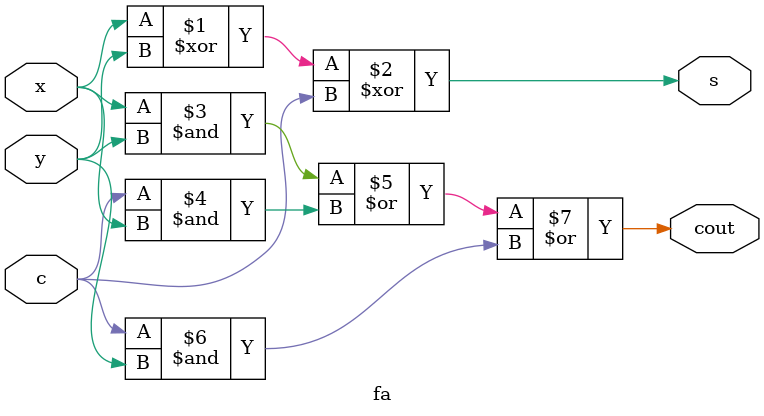
<source format=v>
`timescale 1ns / 1ps


module fa(

    input wire x,
    input wire y,
    input wire c,
    output wire s,
    output wire cout

    );
    
    assign s = x ^ y ^ c;
    assign cout = (x & y) | (c & x) | (c & y);
endmodule

</source>
